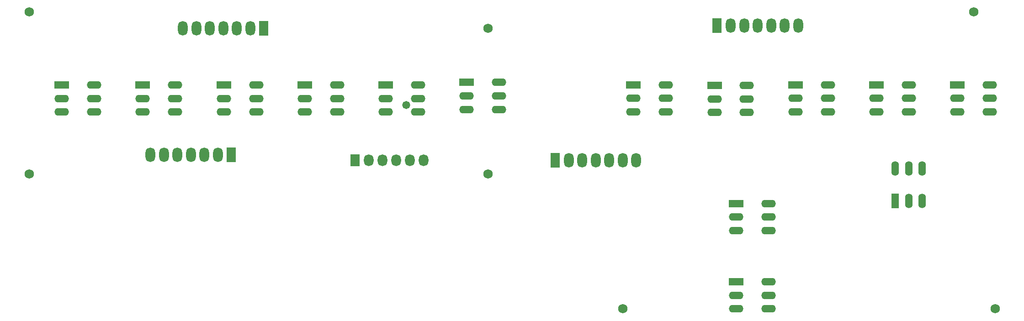
<source format=gbs>
G04*
G04 #@! TF.GenerationSoftware,Altium Limited,Altium Designer,20.2.6 (244)*
G04*
G04 Layer_Color=16711935*
%FSLAX25Y25*%
%MOIN*%
G70*
G04*
G04 #@! TF.SameCoordinates,84CE4F0F-00B1-48B8-8D41-A7CC789AE08E*
G04*
G04*
G04 #@! TF.FilePolarity,Negative*
G04*
G01*
G75*
%ADD12O,0.10642X0.05524*%
%ADD13R,0.10642X0.05524*%
%ADD14O,0.05524X0.10642*%
%ADD15R,0.05524X0.10642*%
%ADD16R,0.07099X0.10642*%
%ADD17O,0.07099X0.10642*%
%ADD18O,0.07099X0.08674*%
%ADD19R,0.07099X0.08674*%
%ADD20C,0.06800*%
%ADD21C,0.05800*%
D12*
X657480Y76772D02*
D03*
Y86614D02*
D03*
Y96457D02*
D03*
X633858Y76772D02*
D03*
Y86614D02*
D03*
X657480Y19685D02*
D03*
Y29528D02*
D03*
Y39370D02*
D03*
X633858Y19685D02*
D03*
Y29528D02*
D03*
X818898Y163386D02*
D03*
Y173228D02*
D03*
Y183071D02*
D03*
X795276Y163386D02*
D03*
Y173228D02*
D03*
X759843Y163386D02*
D03*
Y173228D02*
D03*
Y183071D02*
D03*
X736220Y163386D02*
D03*
Y173228D02*
D03*
X700787Y163386D02*
D03*
Y173228D02*
D03*
Y183071D02*
D03*
X677165Y163386D02*
D03*
Y173228D02*
D03*
X641732Y162992D02*
D03*
Y172835D02*
D03*
Y182677D02*
D03*
X618110Y162992D02*
D03*
Y172835D02*
D03*
X582677Y163386D02*
D03*
Y173228D02*
D03*
Y183071D02*
D03*
X559055Y163386D02*
D03*
Y173228D02*
D03*
X165647Y163216D02*
D03*
Y173059D02*
D03*
Y182902D02*
D03*
X142025Y163216D02*
D03*
Y173059D02*
D03*
X224702Y163216D02*
D03*
Y173059D02*
D03*
Y182902D02*
D03*
X201080Y163216D02*
D03*
Y173059D02*
D03*
X283757Y163216D02*
D03*
Y173059D02*
D03*
Y182902D02*
D03*
X260135Y163216D02*
D03*
Y173059D02*
D03*
X342812Y163216D02*
D03*
Y173059D02*
D03*
Y182902D02*
D03*
X319190Y163216D02*
D03*
Y173059D02*
D03*
X401867Y163216D02*
D03*
Y173059D02*
D03*
Y182902D02*
D03*
X378245Y163216D02*
D03*
Y173059D02*
D03*
X460922Y165185D02*
D03*
Y175027D02*
D03*
Y184870D02*
D03*
X437300Y165185D02*
D03*
Y175027D02*
D03*
D13*
X633858Y96457D02*
D03*
Y39370D02*
D03*
X795276Y183071D02*
D03*
X736220D02*
D03*
X677165D02*
D03*
X618110Y182677D02*
D03*
X559055Y183071D02*
D03*
X142025Y182902D02*
D03*
X201080D02*
D03*
X260135D02*
D03*
X319190D02*
D03*
X378245D02*
D03*
X437300Y184870D02*
D03*
D14*
X769685Y122047D02*
D03*
X759843D02*
D03*
X750000D02*
D03*
X769685Y98425D02*
D03*
X759843D02*
D03*
D15*
X750000D02*
D03*
D16*
X501969Y127953D02*
D03*
X620079Y226378D02*
D03*
X265748Y131890D02*
D03*
X289370Y224410D02*
D03*
D17*
X511811Y127953D02*
D03*
X521654D02*
D03*
X531496D02*
D03*
X541339D02*
D03*
X551181D02*
D03*
X561024D02*
D03*
X629921Y226378D02*
D03*
X639764D02*
D03*
X649606D02*
D03*
X659449D02*
D03*
X669291D02*
D03*
X679134D02*
D03*
X255906Y131890D02*
D03*
X246063D02*
D03*
X236221D02*
D03*
X226378D02*
D03*
X216535D02*
D03*
X206693D02*
D03*
X279528Y224410D02*
D03*
X269685D02*
D03*
X259843D02*
D03*
X250000D02*
D03*
X240158D02*
D03*
X230315D02*
D03*
D18*
X405827Y127953D02*
D03*
X395827D02*
D03*
X385827D02*
D03*
X375827D02*
D03*
X365827D02*
D03*
D19*
X355827D02*
D03*
D20*
X118110Y118110D02*
D03*
X452756D02*
D03*
Y224409D02*
D03*
X118110Y236220D02*
D03*
X807087D02*
D03*
X822835Y19685D02*
D03*
X551181D02*
D03*
D21*
X393300Y168200D02*
D03*
M02*

</source>
